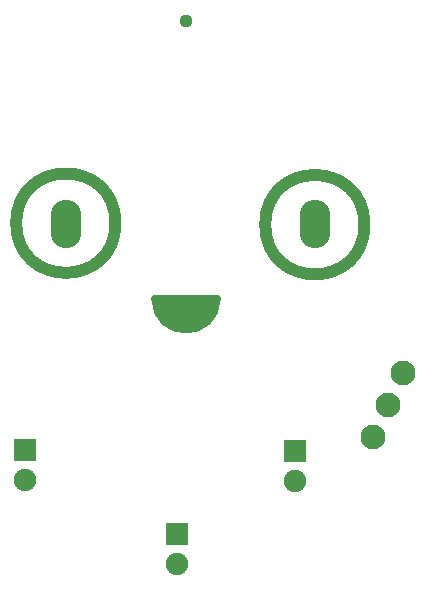
<source format=gbr>
%TF.GenerationSoftware,KiCad,Pcbnew,(6.0.7)*%
%TF.CreationDate,2024-01-22T09:58:03-08:00*%
%TF.ProjectId,Blinky,426c696e-6b79-42e6-9b69-6361645f7063,rev?*%
%TF.SameCoordinates,Original*%
%TF.FileFunction,Soldermask,Top*%
%TF.FilePolarity,Negative*%
%FSLAX46Y46*%
G04 Gerber Fmt 4.6, Leading zero omitted, Abs format (unit mm)*
G04 Created by KiCad (PCBNEW (6.0.7)) date 2024-01-22 09:58:03*
%MOMM*%
%LPD*%
G01*
G04 APERTURE LIST*
G04 Aperture macros list*
%AMRoundRect*
0 Rectangle with rounded corners*
0 $1 Rounding radius*
0 $2 $3 $4 $5 $6 $7 $8 $9 X,Y pos of 4 corners*
0 Add a 4 corners polygon primitive as box body*
4,1,4,$2,$3,$4,$5,$6,$7,$8,$9,$2,$3,0*
0 Add four circle primitives for the rounded corners*
1,1,$1+$1,$2,$3*
1,1,$1+$1,$4,$5*
1,1,$1+$1,$6,$7*
1,1,$1+$1,$8,$9*
0 Add four rect primitives between the rounded corners*
20,1,$1+$1,$2,$3,$4,$5,0*
20,1,$1+$1,$4,$5,$6,$7,0*
20,1,$1+$1,$6,$7,$8,$9,0*
20,1,$1+$1,$8,$9,$2,$3,0*%
G04 Aperture macros list end*
%ADD10C,1.016000*%
%ADD11C,0.100000*%
%ADD12C,0.635000*%
%ADD13RoundRect,0.050000X-0.900000X0.900000X-0.900000X-0.900000X0.900000X-0.900000X0.900000X0.900000X0*%
%ADD14C,1.900000*%
%ADD15C,1.117600*%
%ADD16O,2.600000X4.100000*%
%ADD17C,2.100000*%
G04 APERTURE END LIST*
D10*
X155671955Y-73733045D02*
G75*
G03*
X155671955Y-73733045I-4204955J0D01*
G01*
X134589955Y-73606045D02*
G75*
G03*
X134589955Y-73606045I-4204955J0D01*
G01*
D11*
G36*
X142756000Y-81410000D02*
G01*
X142256000Y-82110000D01*
X141456000Y-82510000D01*
X140656000Y-82710000D01*
X139656000Y-82510000D01*
X139056000Y-82210000D01*
X138356000Y-81410000D01*
X138056000Y-80710000D01*
X138056000Y-80010000D01*
X143256000Y-80010000D01*
X142756000Y-81410000D01*
G37*
X142756000Y-81410000D02*
X142256000Y-82110000D01*
X141456000Y-82510000D01*
X140656000Y-82710000D01*
X139656000Y-82510000D01*
X139056000Y-82210000D01*
X138356000Y-81410000D01*
X138056000Y-80710000D01*
X138056000Y-80010000D01*
X143256000Y-80010000D01*
X142756000Y-81410000D01*
D12*
X137956000Y-80010000D02*
X143156000Y-80010000D01*
X137956000Y-80010000D02*
G75*
G03*
X143156000Y-80010000I2600000J0D01*
G01*
D13*
%TO.C,D1*%
X126956000Y-92792000D03*
D14*
X126956000Y-95332000D03*
%TD*%
D13*
%TO.C,D2*%
X139783000Y-99904000D03*
D14*
X139783000Y-102444000D03*
%TD*%
D13*
%TO.C,D3*%
X149816000Y-92919000D03*
D14*
X149816000Y-95459000D03*
%TD*%
D15*
%TO.C,REF\u002A\u002A*%
X140589000Y-56471000D03*
%TD*%
D16*
%TO.C,BT1*%
X130384000Y-73702000D03*
X151466000Y-73702000D03*
%TD*%
D17*
%TO.C,SW1*%
X158957855Y-86268076D03*
X157690000Y-88987000D03*
X156422145Y-91705923D03*
%TD*%
M02*

</source>
